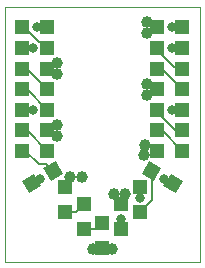
<source format=gtl>
G75*
%MOIN*%
%OFA0B0*%
%FSLAX24Y24*%
%IPPOS*%
%LPD*%
%AMOC8*
5,1,8,0,0,1.08239X$1,22.5*
%
%ADD10C,0.0000*%
%ADD11R,0.0472X0.0472*%
%ADD12R,0.0472X0.0472*%
%ADD13C,0.0397*%
%ADD14C,0.0060*%
%ADD15C,0.0317*%
D10*
X002392Y002517D02*
X002392Y011017D01*
X008892Y011017D01*
X008892Y002517D01*
X002392Y002517D01*
D11*
X004392Y004166D03*
X005017Y004430D03*
X004392Y004993D03*
X003805Y006204D03*
X003805Y006892D03*
X003805Y007579D03*
X003805Y008267D03*
X003805Y008954D03*
X003805Y009642D03*
X003805Y010329D03*
X002978Y010329D03*
X002978Y009642D03*
X002978Y008954D03*
X002978Y008267D03*
X002978Y007579D03*
X002978Y006892D03*
X002978Y006204D03*
X005017Y003603D03*
X005642Y003805D03*
X006267Y003603D03*
X006892Y004166D03*
X006267Y004430D03*
X006892Y004993D03*
X007478Y006204D03*
X007478Y006892D03*
X007478Y007579D03*
X007478Y008267D03*
X007478Y008954D03*
X007478Y009642D03*
X007478Y010329D03*
X008305Y010329D03*
X008305Y009642D03*
X008305Y008954D03*
X008305Y008267D03*
X008305Y007579D03*
X008305Y006892D03*
X008305Y006204D03*
X005642Y002978D03*
D12*
G36*
X007606Y005622D02*
X007370Y005214D01*
X006962Y005450D01*
X007198Y005858D01*
X007606Y005622D01*
G37*
G36*
X008322Y005208D02*
X008086Y004800D01*
X007678Y005036D01*
X007914Y005444D01*
X008322Y005208D01*
G37*
G36*
X003914Y005214D02*
X003678Y005622D01*
X004086Y005858D01*
X004322Y005450D01*
X003914Y005214D01*
G37*
G36*
X003198Y004800D02*
X002962Y005208D01*
X003370Y005444D01*
X003606Y005036D01*
X003198Y004800D01*
G37*
D13*
X004579Y005329D03*
X004954Y005329D03*
X006017Y004767D03*
X006392Y004767D03*
X007017Y006079D03*
X007079Y006392D03*
X007142Y008079D03*
X007142Y008454D03*
X007142Y010142D03*
X007142Y010517D03*
X004142Y009142D03*
X004142Y008767D03*
X004142Y007079D03*
X004142Y006704D03*
X005329Y002954D03*
X005954Y002954D03*
D14*
X005666Y002954D01*
X005642Y002978D01*
X005618Y002954D01*
X005329Y002954D01*
X005440Y003603D02*
X005017Y003603D01*
X005440Y003603D02*
X005642Y003805D01*
X006267Y003954D02*
X006267Y003603D01*
X006892Y004166D02*
X007284Y004558D01*
X007284Y005536D01*
X007704Y005267D02*
X007848Y005122D01*
X008000Y005122D01*
X007353Y006079D02*
X007478Y006204D01*
X007392Y006291D01*
X007392Y006392D01*
X007079Y006392D01*
X007017Y006079D02*
X007353Y006079D01*
X007478Y006892D02*
X007618Y006892D01*
X008305Y006204D01*
X008305Y006892D02*
X008079Y006892D01*
X007541Y007430D01*
X007478Y007430D01*
X007478Y007579D01*
X007291Y008079D02*
X007142Y008079D01*
X007291Y008079D02*
X007478Y008267D01*
X007291Y008454D01*
X007142Y008454D01*
X007478Y008954D02*
X007618Y008954D01*
X008305Y008267D01*
X008305Y008954D02*
X008243Y009017D01*
X008017Y009017D01*
X007478Y009555D01*
X007478Y009642D01*
X007291Y010142D02*
X007142Y010142D01*
X007291Y010142D02*
X007478Y010329D01*
X007291Y010517D01*
X007142Y010517D01*
X007954Y010329D02*
X008305Y010329D01*
X008305Y009642D02*
X007954Y009642D01*
X007954Y007579D02*
X008305Y007579D01*
X006892Y004993D02*
X006892Y004642D01*
X006392Y004555D02*
X006267Y004430D01*
X006017Y004680D01*
X006017Y004767D01*
X006392Y004767D02*
X006392Y004555D01*
X005017Y004430D02*
X004752Y004166D01*
X004392Y004166D01*
X004392Y004993D02*
X004579Y005180D01*
X004579Y005329D01*
X004954Y005329D01*
X004000Y005536D02*
X003769Y005767D01*
X003517Y005767D01*
X003079Y006204D01*
X002978Y006204D01*
X002978Y006892D02*
X003118Y006892D01*
X003805Y006204D01*
X003993Y006704D02*
X003805Y006892D01*
X003993Y007079D01*
X004142Y007079D01*
X004142Y006704D02*
X003993Y006704D01*
X003805Y007579D02*
X003118Y008267D01*
X002978Y008267D01*
X002978Y008954D02*
X003118Y008954D01*
X003805Y008267D01*
X003993Y008767D02*
X003805Y008954D01*
X003993Y009142D01*
X004142Y009142D01*
X004142Y008767D02*
X003993Y008767D01*
X003805Y009642D02*
X003618Y009829D01*
X003517Y009829D01*
X003017Y010329D01*
X002978Y010329D01*
X003454Y010329D02*
X003805Y010329D01*
X003329Y009642D02*
X002978Y009642D01*
X002978Y007579D02*
X003329Y007579D01*
X003579Y005267D02*
X003435Y005122D01*
X003284Y005122D01*
D15*
X003579Y005267D03*
X003329Y007579D03*
X003329Y009642D03*
X003454Y010329D03*
X007954Y010329D03*
X007954Y009642D03*
X007954Y007579D03*
X007704Y005267D03*
X006892Y004642D03*
X006267Y003954D03*
M02*

</source>
